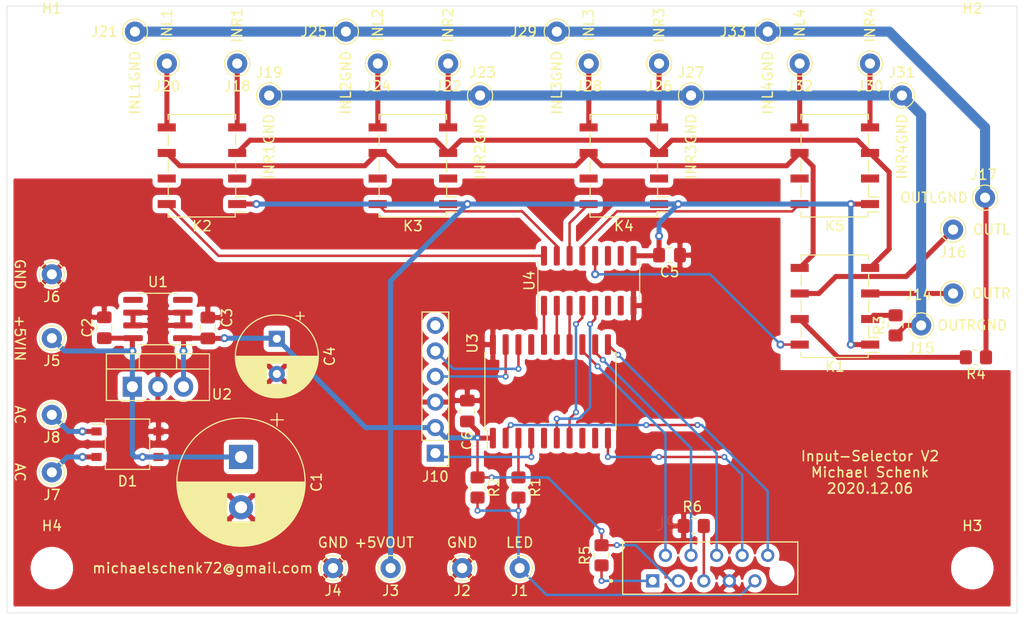
<source format=kicad_pcb>
(kicad_pcb (version 20171130) (host pcbnew "(5.1.8-0-10_14)")
  (layers (0 F.Cu signal) (31 B.Cu signal) (34 B.Paste user) (35 F.Paste user) (36 B.SilkS user) (37 F.SilkS user) (38 B.Mask user) (39 F.Mask user) (44 Edge.Cuts user))
  (net 0 "")
  (net 1 GND)
  (net 2 "Net-(C1-Pad1)")
  (net 3 +5V)
  (net 4 "Net-(J1-Pad1)")
  (net 5 "Net-(J9-Pad10)")
  (net 6 "Net-(J9-Pad8)")
  (net 7 "Net-(J9-Pad6)")
  (net 8 "Net-(J9-Pad5)")
  (net 9 "Net-(J9-Pad4)")
  (net 10 "Net-(J9-Pad2)")
  (net 11 "Net-(J9-Pad1)")
  (net 12 "Net-(J10-Pad5)")
  (net 13 "Net-(J10-Pad4)")
  (net 14 "Net-(J10-Pad1)")
  (net 15 "Net-(J14-Pad1)")
  (net 16 "Net-(J15-Pad1)")
  (net 17 "Net-(J16-Pad1)")
  (net 18 "Net-(J17-Pad1)")
  (net 19 "Net-(J18-Pad1)")
  (net 20 "Net-(J20-Pad1)")
  (net 21 "Net-(J22-Pad1)")
  (net 22 "Net-(J24-Pad1)")
  (net 23 "Net-(J26-Pad1)")
  (net 24 "Net-(J28-Pad1)")
  (net 25 "Net-(J30-Pad1)")
  (net 26 "Net-(J32-Pad1)")
  (net 27 "Net-(K1-Pad2)")
  (net 28 "Net-(K1-Pad4)")
  (net 29 "Net-(K1-Pad5)")
  (net 30 "Net-(K1-Pad7)")
  (net 31 "Net-(K1-Pad8)")
  (net 32 "Net-(K2-Pad8)")
  (net 33 "Net-(K3-Pad8)")
  (net 34 "Net-(K4-Pad8)")
  (net 35 "Net-(K5-Pad8)")
  (net 36 "Net-(R1-Pad1)")
  (net 37 "Net-(U3-Pad7)")
  (net 38 "Net-(U3-Pad16)")
  (net 39 "Net-(U3-Pad6)")
  (net 40 "Net-(U3-Pad15)")
  (net 41 "Net-(U3-Pad14)")
  (net 42 "Net-(D1-Pad2)")
  (net 43 "Net-(D1-Pad1)")
  (module Package_TO_SOT_THT:TO-220-3_Vertical (layer F.Cu) (at 126.746 86.106)
    (fp_text reference U2 (at 8.89 0.762) (layer F.SilkS))
    (fp_text value L7805)
    (pad 3 thru_hole oval (at 5.08 0) (size 1.905 2) (drill 1.1) (layers *.Cu *.Mask) (net 3 +5V))
    (pad 2 thru_hole oval (at 2.54 0) (size 1.905 2) (drill 1.1) (layers *.Cu *.Mask) (net 1 GND))
    (pad 1 thru_hole rect (at 0 0) (size 1.905 2) (drill 1.1) (layers *.Cu *.Mask) (net 2 "Net-(C1-Pad1)"))
  )
  (module Package_TO_SOT_SMD:TO-269AA (layer F.Cu) (at 126.265 91.821)
    (fp_text reference D1 (at 0 3.683) (layer F.SilkS))
    (fp_text value MB4S)
    (pad 4 smd rect (at 3.075 -1.27) (size 1 0.8) (layers F.Cu F.Paste F.Mask) (net 1 GND))
    (pad 3 smd rect (at 3.075 1.27) (size 1 0.8) (layers F.Cu F.Paste F.Mask) (net 2 "Net-(C1-Pad1)"))
    (pad 2 smd rect (at -3.075 1.27) (size 1 0.8) (layers F.Cu F.Paste F.Mask) (net 42 "Net-(D1-Pad2)"))
    (pad 1 smd rect (at -3.075 -1.27) (size 1 0.8) (layers F.Cu F.Paste F.Mask) (net 43 "Net-(D1-Pad1)"))
  )
  (module Capacitor_THT:CP_Radial_D8.0mm_P3.50mm (layer F.Cu) (at 141.097 81.336 270)
    (fp_text reference C4 (at 1.75 -5.25 90) (layer F.SilkS))
    (fp_text value 100uF)
    (pad 2 thru_hole circle (at 3.5 0 270) (size 1.6 1.6) (drill 0.8) (layers *.Cu *.Mask) (net 1 GND))
    (pad 1 thru_hole rect (at 0 0 270) (size 1.6 1.6) (drill 0.8) (layers *.Cu *.Mask) (net 3 +5V))
  )
  (module Package_SO:SOIC-8_3.9x4.9mm_P1.27mm (layer F.Cu) (at 129.286 79.375 180)
    (fp_text reference U1 (at 0 3.683) (layer F.SilkS))
    (fp_text value L78L05_SO8)
    (pad 8 smd roundrect (at 2.475 -1.905 180) (size 1.95 0.6) (layers F.Cu F.Paste F.Mask) (net 2 "Net-(C1-Pad1)"))
    (pad 7 smd roundrect (at 2.475 -0.635 180) (size 1.95 0.6) (layers F.Cu F.Paste F.Mask) (net 1 GND))
    (pad 6 smd roundrect (at 2.475 0.635 180) (size 1.95 0.6) (layers F.Cu F.Paste F.Mask) (net 1 GND))
    (pad 5 smd roundrect (at 2.475 1.905 180) (size 1.95 0.6) (layers F.Cu F.Paste F.Mask))
    (pad 4 smd roundrect (at -2.475 1.905 180) (size 1.95 0.6) (layers F.Cu F.Paste F.Mask))
    (pad 3 smd roundrect (at -2.475 0.635 180) (size 1.95 0.6) (layers F.Cu F.Paste F.Mask) (net 1 GND))
    (pad 2 smd roundrect (at -2.475 -0.635 180) (size 1.95 0.6) (layers F.Cu F.Paste F.Mask) (net 1 GND))
    (pad 1 smd roundrect (at -2.475 -1.905 180) (size 1.95 0.6) (layers F.Cu F.Paste F.Mask) (net 3 +5V))
  )
  (module Package_SO:SOIC-20W_7.5x12.8mm_P1.27mm (layer F.Cu) (at 168.275 86.565 90)
    (fp_text reference U3 (at 4.777 -7.747 90) (layer F.SilkS))
    (fp_text value PIC16F1829-IP)
    (pad 20 smd roundrect (at 4.65 -5.715 90) (size 2.05 0.6) (layers F.Cu F.Paste F.Mask) (net 1 GND))
    (pad 19 smd roundrect (at 4.65 -4.445 90) (size 2.05 0.6) (layers F.Cu F.Paste F.Mask) (net 13 "Net-(J10-Pad4)"))
    (pad 18 smd roundrect (at 4.65 -3.175 90) (size 2.05 0.6) (layers F.Cu F.Paste F.Mask) (net 12 "Net-(J10-Pad5)"))
    (pad 17 smd roundrect (at 4.65 -1.905 90) (size 2.05 0.6) (layers F.Cu F.Paste F.Mask))
    (pad 16 smd roundrect (at 4.65 -0.635 90) (size 2.05 0.6) (layers F.Cu F.Paste F.Mask) (net 38 "Net-(U3-Pad16)"))
    (pad 15 smd roundrect (at 4.65 0.635 90) (size 2.05 0.6) (layers F.Cu F.Paste F.Mask) (net 40 "Net-(U3-Pad15)"))
    (pad 14 smd roundrect (at 4.65 1.905 90) (size 2.05 0.6) (layers F.Cu F.Paste F.Mask) (net 41 "Net-(U3-Pad14)"))
    (pad 13 smd roundrect (at 4.65 3.175 90) (size 2.05 0.6) (layers F.Cu F.Paste F.Mask) (net 10 "Net-(J9-Pad2)"))
    (pad 12 smd roundrect (at 4.65 4.445 90) (size 2.05 0.6) (layers F.Cu F.Paste F.Mask) (net 9 "Net-(J9-Pad4)"))
    (pad 11 smd roundrect (at 4.65 5.715 90) (size 2.05 0.6) (layers F.Cu F.Paste F.Mask) (net 7 "Net-(J9-Pad6)"))
    (pad 10 smd roundrect (at -4.65 5.715 90) (size 2.05 0.6) (layers F.Cu F.Paste F.Mask) (net 6 "Net-(J9-Pad8)"))
    (pad 9 smd roundrect (at -4.65 4.445 90) (size 2.05 0.6) (layers F.Cu F.Paste F.Mask))
    (pad 8 smd roundrect (at -4.65 3.175 90) (size 2.05 0.6) (layers F.Cu F.Paste F.Mask))
    (pad 7 smd roundrect (at -4.65 1.905 90) (size 2.05 0.6) (layers F.Cu F.Paste F.Mask) (net 37 "Net-(U3-Pad7)"))
    (pad 6 smd roundrect (at -4.65 0.635 90) (size 2.05 0.6) (layers F.Cu F.Paste F.Mask) (net 39 "Net-(U3-Pad6)"))
    (pad 5 smd roundrect (at -4.65 -0.635 90) (size 2.05 0.6) (layers F.Cu F.Paste F.Mask))
    (pad 4 smd roundrect (at -4.65 -1.905 90) (size 2.05 0.6) (layers F.Cu F.Paste F.Mask) (net 14 "Net-(J10-Pad1)"))
    (pad 3 smd roundrect (at -4.65 -3.175 90) (size 2.05 0.6) (layers F.Cu F.Paste F.Mask) (net 36 "Net-(R1-Pad1)"))
    (pad 2 smd roundrect (at -4.65 -4.445 90) (size 2.05 0.6) (layers F.Cu F.Paste F.Mask) (net 5 "Net-(J9-Pad10)"))
    (pad 1 smd roundrect (at -4.65 -5.715 90) (size 2.05 0.6) (layers F.Cu F.Paste F.Mask) (net 3 +5V))
  )
  (module Capacitor_THT:CP_Radial_D12.5mm_P5.00mm (layer F.Cu) (at 137.541 93.091 270)
    (fp_text reference C1 (at 2.5 -7.5 90) (layer F.SilkS))
    (fp_text value 1000uF)
    (pad 2 thru_hole circle (at 5 0 270) (size 2.4 2.4) (drill 1.2) (layers *.Cu *.Mask) (net 1 GND))
    (pad 1 thru_hole rect (at 0 0 270) (size 2.4 2.4) (drill 1.2) (layers *.Cu *.Mask) (net 2 "Net-(C1-Pad1)"))
  )
  (module Package_SO:SOIC-16_3.9x9.9mm_P1.27mm (layer F.Cu) (at 172.085 75.565 90)
    (fp_text reference U4 (at 0 -5.9 90) (layer F.SilkS))
    (fp_text value ULN2003A)
    (pad 16 smd roundrect (at 2.475 -4.445 90) (size 1.95 0.6) (layers F.Cu F.Paste F.Mask) (net 32 "Net-(K2-Pad8)"))
    (pad 15 smd roundrect (at 2.475 -3.175 90) (size 1.95 0.6) (layers F.Cu F.Paste F.Mask) (net 33 "Net-(K3-Pad8)"))
    (pad 14 smd roundrect (at 2.475 -1.905 90) (size 1.95 0.6) (layers F.Cu F.Paste F.Mask) (net 34 "Net-(K4-Pad8)"))
    (pad 13 smd roundrect (at 2.475 -0.635 90) (size 1.95 0.6) (layers F.Cu F.Paste F.Mask) (net 35 "Net-(K5-Pad8)"))
    (pad 12 smd roundrect (at 2.475 0.635 90) (size 1.95 0.6) (layers F.Cu F.Paste F.Mask) (net 31 "Net-(K1-Pad8)"))
    (pad 11 smd roundrect (at 2.475 1.905 90) (size 1.95 0.6) (layers F.Cu F.Paste F.Mask))
    (pad 10 smd roundrect (at 2.475 3.175 90) (size 1.95 0.6) (layers F.Cu F.Paste F.Mask))
    (pad 9 smd roundrect (at 2.475 4.445 90) (size 1.95 0.6) (layers F.Cu F.Paste F.Mask) (net 3 +5V))
    (pad 8 smd roundrect (at -2.475 4.445 90) (size 1.95 0.6) (layers F.Cu F.Paste F.Mask) (net 1 GND))
    (pad 7 smd roundrect (at -2.475 3.175 90) (size 1.95 0.6) (layers F.Cu F.Paste F.Mask))
    (pad 6 smd roundrect (at -2.475 1.905 90) (size 1.95 0.6) (layers F.Cu F.Paste F.Mask))
    (pad 5 smd roundrect (at -2.475 0.635 90) (size 1.95 0.6) (layers F.Cu F.Paste F.Mask) (net 39 "Net-(U3-Pad6)"))
    (pad 4 smd roundrect (at -2.475 -0.635 90) (size 1.95 0.6) (layers F.Cu F.Paste F.Mask) (net 37 "Net-(U3-Pad7)"))
    (pad 3 smd roundrect (at -2.475 -1.905 90) (size 1.95 0.6) (layers F.Cu F.Paste F.Mask) (net 41 "Net-(U3-Pad14)"))
    (pad 2 smd roundrect (at -2.475 -3.175 90) (size 1.95 0.6) (layers F.Cu F.Paste F.Mask) (net 40 "Net-(U3-Pad15)"))
    (pad 1 smd roundrect (at -2.475 -4.445 90) (size 1.95 0.6) (layers F.Cu F.Paste F.Mask) (net 38 "Net-(U3-Pad16)"))
  )
  (module Resistor_SMD:R_0805_2012Metric_Pad1.20x1.40mm_HandSolder (layer F.Cu) (at 182.515 99.949 180)
    (fp_text reference R6 (at 0.143 1.905) (layer F.SilkS))
    (fp_text value 4.7k)
    (pad 2 smd roundrect (at 1 0 180) (size 1.2 1.4) (layers F.Cu F.Paste F.Mask) (roundrect_rratio 0.2083325) (net 1 GND))
    (pad 1 smd roundrect (at -1 0 180) (size 1.2 1.4) (layers F.Cu F.Paste F.Mask) (roundrect_rratio 0.2083325) (net 8 "Net-(J9-Pad5)"))
  )
  (module Resistor_SMD:R_0805_2012Metric_Pad1.20x1.40mm_HandSolder (layer F.Cu) (at 173.355 102.87 90)
    (fp_text reference R5 (at 0 -1.65 90) (layer F.SilkS))
    (fp_text value 4.7k)
    (pad 2 smd roundrect (at 1 0 90) (size 1.2 1.4) (layers F.Cu F.Paste F.Mask) (roundrect_rratio 0.2083325) (net 3 +5V))
    (pad 1 smd roundrect (at -1 0 90) (size 1.2 1.4) (layers F.Cu F.Paste F.Mask) (roundrect_rratio 0.2083325) (net 11 "Net-(J9-Pad1)"))
  )
  (module Resistor_SMD:R_0805_2012Metric_Pad1.20x1.40mm_HandSolder (layer F.Cu) (at 210.55 83.185 180)
    (fp_text reference R4 (at 0 -1.65) (layer F.SilkS))
    (fp_text value 47k)
    (pad 2 smd roundrect (at 1 0 180) (size 1.2 1.4) (layers F.Cu F.Paste F.Mask) (roundrect_rratio 0.2083325) (net 30 "Net-(K1-Pad7)"))
    (pad 1 smd roundrect (at -1 0 180) (size 1.2 1.4) (layers F.Cu F.Paste F.Mask) (roundrect_rratio 0.2083325) (net 18 "Net-(J17-Pad1)"))
  )
  (module Resistor_SMD:R_0805_2012Metric_Pad1.20x1.40mm_HandSolder (layer F.Cu) (at 202.565 80.01 90)
    (fp_text reference R3 (at 0 -1.65 90) (layer F.SilkS))
    (fp_text value 47k)
    (pad 2 smd roundrect (at 1 0 90) (size 1.2 1.4) (layers F.Cu F.Paste F.Mask) (roundrect_rratio 0.2083325) (net 27 "Net-(K1-Pad2)"))
    (pad 1 smd roundrect (at -1 0 90) (size 1.2 1.4) (layers F.Cu F.Paste F.Mask) (roundrect_rratio 0.2083325) (net 16 "Net-(J15-Pad1)"))
  )
  (module Resistor_SMD:R_0805_2012Metric_Pad1.20x1.40mm_HandSolder (layer F.Cu) (at 161.036 96.123 270)
    (fp_text reference R2 (at 0 -1.65 90) (layer F.SilkS))
    (fp_text value 330R)
    (pad 2 smd roundrect (at 1 0 270) (size 1.2 1.4) (layers F.Cu F.Paste F.Mask) (roundrect_rratio 0.2083325) (net 4 "Net-(J1-Pad1)"))
    (pad 1 smd roundrect (at -1 0 270) (size 1.2 1.4) (layers F.Cu F.Paste F.Mask) (roundrect_rratio 0.2083325) (net 3 +5V))
  )
  (module Resistor_SMD:R_0805_2012Metric_Pad1.20x1.40mm_HandSolder (layer F.Cu) (at 165.1 96.123 270)
    (fp_text reference R1 (at 0 -1.65 90) (layer F.SilkS))
    (fp_text value 330R)
    (pad 2 smd roundrect (at 1 0 270) (size 1.2 1.4) (layers F.Cu F.Paste F.Mask) (roundrect_rratio 0.2083325) (net 4 "Net-(J1-Pad1)"))
    (pad 1 smd roundrect (at -1 0 270) (size 1.2 1.4) (layers F.Cu F.Paste F.Mask) (roundrect_rratio 0.2083325) (net 36 "Net-(R1-Pad1)"))
  )
  (module Relay_SMD:Relay_DPDT_Omron_G6K-2F (layer F.Cu) (at 196.525 64.135 180)
    (fp_text reference K5 (at 0 -6) (layer F.SilkS))
    (fp_text value G6K-2)
    (pad 1 smd rect (at -3.5 -3.81 180) (size 1.8 0.8) (layers F.Cu F.Paste F.Mask) (net 3 +5V))
    (pad 2 smd rect (at -3.5 -1.27 180) (size 1.8 0.8) (layers F.Cu F.Paste F.Mask))
    (pad 3 smd rect (at -3.5 1.27 180) (size 1.8 0.8) (layers F.Cu F.Paste F.Mask) (net 28 "Net-(K1-Pad4)"))
    (pad 4 smd rect (at -3.5 3.81 180) (size 1.8 0.8) (layers F.Cu F.Paste F.Mask) (net 25 "Net-(J30-Pad1)"))
    (pad 5 smd rect (at 3.5 3.81 180) (size 1.8 0.8) (layers F.Cu F.Paste F.Mask) (net 26 "Net-(J32-Pad1)"))
    (pad 6 smd rect (at 3.5 1.27 180) (size 1.8 0.8) (layers F.Cu F.Paste F.Mask) (net 29 "Net-(K1-Pad5)"))
    (pad 7 smd rect (at 3.5 -1.27 180) (size 1.8 0.8) (layers F.Cu F.Paste F.Mask))
    (pad 8 smd rect (at 3.5 -3.81 180) (size 1.8 0.8) (layers F.Cu F.Paste F.Mask) (net 35 "Net-(K5-Pad8)"))
  )
  (module Relay_SMD:Relay_DPDT_Omron_G6K-2F (layer F.Cu) (at 175.57 64.135 180)
    (fp_text reference K4 (at 0 -6) (layer F.SilkS))
    (fp_text value G6K-2)
    (pad 1 smd rect (at -3.5 -3.81 180) (size 1.8 0.8) (layers F.Cu F.Paste F.Mask) (net 3 +5V))
    (pad 2 smd rect (at -3.5 -1.27 180) (size 1.8 0.8) (layers F.Cu F.Paste F.Mask))
    (pad 3 smd rect (at -3.5 1.27 180) (size 1.8 0.8) (layers F.Cu F.Paste F.Mask) (net 28 "Net-(K1-Pad4)"))
    (pad 4 smd rect (at -3.5 3.81 180) (size 1.8 0.8) (layers F.Cu F.Paste F.Mask) (net 23 "Net-(J26-Pad1)"))
    (pad 5 smd rect (at 3.5 3.81 180) (size 1.8 0.8) (layers F.Cu F.Paste F.Mask) (net 24 "Net-(J28-Pad1)"))
    (pad 6 smd rect (at 3.5 1.27 180) (size 1.8 0.8) (layers F.Cu F.Paste F.Mask) (net 29 "Net-(K1-Pad5)"))
    (pad 7 smd rect (at 3.5 -1.27 180) (size 1.8 0.8) (layers F.Cu F.Paste F.Mask))
    (pad 8 smd rect (at 3.5 -3.81 180) (size 1.8 0.8) (layers F.Cu F.Paste F.Mask) (net 34 "Net-(K4-Pad8)"))
  )
  (module Relay_SMD:Relay_DPDT_Omron_G6K-2F (layer F.Cu) (at 154.615 64.135 180)
    (fp_text reference K3 (at 0 -6) (layer F.SilkS))
    (fp_text value G6K-2)
    (pad 1 smd rect (at -3.5 -3.81 180) (size 1.8 0.8) (layers F.Cu F.Paste F.Mask) (net 3 +5V))
    (pad 2 smd rect (at -3.5 -1.27 180) (size 1.8 0.8) (layers F.Cu F.Paste F.Mask))
    (pad 3 smd rect (at -3.5 1.27 180) (size 1.8 0.8) (layers F.Cu F.Paste F.Mask) (net 28 "Net-(K1-Pad4)"))
    (pad 4 smd rect (at -3.5 3.81 180) (size 1.8 0.8) (layers F.Cu F.Paste F.Mask) (net 21 "Net-(J22-Pad1)"))
    (pad 5 smd rect (at 3.5 3.81 180) (size 1.8 0.8) (layers F.Cu F.Paste F.Mask) (net 22 "Net-(J24-Pad1)"))
    (pad 6 smd rect (at 3.5 1.27 180) (size 1.8 0.8) (layers F.Cu F.Paste F.Mask) (net 29 "Net-(K1-Pad5)"))
    (pad 7 smd rect (at 3.5 -1.27 180) (size 1.8 0.8) (layers F.Cu F.Paste F.Mask))
    (pad 8 smd rect (at 3.5 -3.81 180) (size 1.8 0.8) (layers F.Cu F.Paste F.Mask) (net 33 "Net-(K3-Pad8)"))
  )
  (module Relay_SMD:Relay_DPDT_Omron_G6K-2F (layer F.Cu) (at 133.66 64.135 180)
    (fp_text reference K2 (at 0 -6) (layer F.SilkS))
    (fp_text value G6K-2)
    (pad 1 smd rect (at -3.5 -3.81 180) (size 1.8 0.8) (layers F.Cu F.Paste F.Mask) (net 3 +5V))
    (pad 2 smd rect (at -3.5 -1.27 180) (size 1.8 0.8) (layers F.Cu F.Paste F.Mask))
    (pad 3 smd rect (at -3.5 1.27 180) (size 1.8 0.8) (layers F.Cu F.Paste F.Mask) (net 28 "Net-(K1-Pad4)"))
    (pad 4 smd rect (at -3.5 3.81 180) (size 1.8 0.8) (layers F.Cu F.Paste F.Mask) (net 19 "Net-(J18-Pad1)"))
    (pad 5 smd rect (at 3.5 3.81 180) (size 1.8 0.8) (layers F.Cu F.Paste F.Mask) (net 20 "Net-(J20-Pad1)"))
    (pad 6 smd rect (at 3.5 1.27 180) (size 1.8 0.8) (layers F.Cu F.Paste F.Mask) (net 29 "Net-(K1-Pad5)"))
    (pad 7 smd rect (at 3.5 -1.27 180) (size 1.8 0.8) (layers F.Cu F.Paste F.Mask))
    (pad 8 smd rect (at 3.5 -3.81 180) (size 1.8 0.8) (layers F.Cu F.Paste F.Mask) (net 32 "Net-(K2-Pad8)"))
  )
  (module Relay_SMD:Relay_DPDT_Omron_G6K-2F (layer F.Cu) (at 196.54 78.105 180)
    (fp_text reference K1 (at 0 -6) (layer F.SilkS))
    (fp_text value G6K-2)
    (pad 1 smd rect (at -3.5 -3.81 180) (size 1.8 0.8) (layers F.Cu F.Paste F.Mask) (net 3 +5V))
    (pad 2 smd rect (at -3.5 -1.27 180) (size 1.8 0.8) (layers F.Cu F.Paste F.Mask) (net 27 "Net-(K1-Pad2)"))
    (pad 3 smd rect (at -3.5 1.27 180) (size 1.8 0.8) (layers F.Cu F.Paste F.Mask) (net 15 "Net-(J14-Pad1)"))
    (pad 4 smd rect (at -3.5 3.81 180) (size 1.8 0.8) (layers F.Cu F.Paste F.Mask) (net 28 "Net-(K1-Pad4)"))
    (pad 5 smd rect (at 3.5 3.81 180) (size 1.8 0.8) (layers F.Cu F.Paste F.Mask) (net 29 "Net-(K1-Pad5)"))
    (pad 6 smd rect (at 3.5 1.27 180) (size 1.8 0.8) (layers F.Cu F.Paste F.Mask) (net 17 "Net-(J16-Pad1)"))
    (pad 7 smd rect (at 3.5 -1.27 180) (size 1.8 0.8) (layers F.Cu F.Paste F.Mask) (net 30 "Net-(K1-Pad7)"))
    (pad 8 smd rect (at 3.5 -3.81 180) (size 1.8 0.8) (layers F.Cu F.Paste F.Mask) (net 31 "Net-(K1-Pad8)"))
  )
  (module Connector_Pin:Pin_D1.0mm_L10.0mm (layer F.Cu) (at 189.865 50.8)
    (fp_text reference J33 (at -3.429 0) (layer F.SilkS))
    (fp_text value IN_GNDL4)
    (pad 1 thru_hole circle (at 0 0) (size 2 2) (drill 1) (layers *.Cu *.Mask) (net 18 "Net-(J17-Pad1)"))
  )
  (module Connector_Pin:Pin_D1.0mm_L10.0mm (layer F.Cu) (at 193.04 53.975)
    (fp_text reference J32 (at 0 2.25) (layer F.SilkS))
    (fp_text value IN_L4)
    (pad 1 thru_hole circle (at 0 0) (size 2 2) (drill 1) (layers *.Cu *.Mask) (net 26 "Net-(J32-Pad1)"))
  )
  (module Connector_Pin:Pin_D1.0mm_L10.0mm (layer F.Cu) (at 203.2 57.15)
    (fp_text reference J31 (at 0 -2.286) (layer F.SilkS))
    (fp_text value IN_GNDR4)
    (pad 1 thru_hole circle (at 0 0) (size 2 2) (drill 1) (layers *.Cu *.Mask) (net 16 "Net-(J15-Pad1)"))
  )
  (module Connector_Pin:Pin_D1.0mm_L10.0mm (layer F.Cu) (at 200.025 53.975)
    (fp_text reference J30 (at 0 2.25) (layer F.SilkS))
    (fp_text value IN_R4)
    (pad 1 thru_hole circle (at 0 0) (size 2 2) (drill 1) (layers *.Cu *.Mask) (net 25 "Net-(J30-Pad1)"))
  )
  (module Connector_Pin:Pin_D1.0mm_L10.0mm (layer F.Cu) (at 168.91 50.8)
    (fp_text reference J29 (at -3.302 0) (layer F.SilkS))
    (fp_text value IN_GNDL3)
    (pad 1 thru_hole circle (at 0 0) (size 2 2) (drill 1) (layers *.Cu *.Mask) (net 18 "Net-(J17-Pad1)"))
  )
  (module Connector_Pin:Pin_D1.0mm_L10.0mm (layer F.Cu) (at 172.085 53.975)
    (fp_text reference J28 (at 0 2.25) (layer F.SilkS))
    (fp_text value IN_L3)
    (pad 1 thru_hole circle (at 0 0) (size 2 2) (drill 1) (layers *.Cu *.Mask) (net 24 "Net-(J28-Pad1)"))
  )
  (module Connector_Pin:Pin_D1.0mm_L10.0mm (layer F.Cu) (at 182.245 57.15)
    (fp_text reference J27 (at 0 -2.286) (layer F.SilkS))
    (fp_text value IN_GNDR3)
    (pad 1 thru_hole circle (at 0 0) (size 2 2) (drill 1) (layers *.Cu *.Mask) (net 16 "Net-(J15-Pad1)"))
  )
  (module Connector_Pin:Pin_D1.0mm_L10.0mm (layer F.Cu) (at 179.07 53.975)
    (fp_text reference J26 (at 0 2.25) (layer F.SilkS))
    (fp_text value IN_R3)
    (pad 1 thru_hole circle (at 0 0) (size 2 2) (drill 1) (layers *.Cu *.Mask) (net 23 "Net-(J26-Pad1)"))
  )
  (module Connector_Pin:Pin_D1.0mm_L10.0mm (layer F.Cu) (at 147.955 50.8)
    (fp_text reference J25 (at -3.175 0) (layer F.SilkS))
    (fp_text value IN_GNDL2)
    (pad 1 thru_hole circle (at 0 0) (size 2 2) (drill 1) (layers *.Cu *.Mask) (net 18 "Net-(J17-Pad1)"))
  )
  (module Connector_Pin:Pin_D1.0mm_L10.0mm (layer F.Cu) (at 151.13 53.975)
    (fp_text reference J24 (at 0 2.25) (layer F.SilkS))
    (fp_text value IN_L2)
    (pad 1 thru_hole circle (at 0 0) (size 2 2) (drill 1) (layers *.Cu *.Mask) (net 22 "Net-(J24-Pad1)"))
  )
  (module Connector_Pin:Pin_D1.0mm_L10.0mm (layer F.Cu) (at 161.29 57.15)
    (fp_text reference J23 (at 0.254 -2.286) (layer F.SilkS))
    (fp_text value IN_GNDR2)
    (pad 1 thru_hole circle (at 0 0) (size 2 2) (drill 1) (layers *.Cu *.Mask) (net 16 "Net-(J15-Pad1)"))
  )
  (module Connector_Pin:Pin_D1.0mm_L10.0mm (layer F.Cu) (at 158.115 53.975)
    (fp_text reference J22 (at 0 2.25) (layer F.SilkS))
    (fp_text value IN_R2)
    (pad 1 thru_hole circle (at 0 0) (size 2 2) (drill 1) (layers *.Cu *.Mask) (net 21 "Net-(J22-Pad1)"))
  )
  (module Connector_Pin:Pin_D1.0mm_L10.0mm (layer F.Cu) (at 127 50.8)
    (fp_text reference J21 (at -3.048 0) (layer F.SilkS))
    (fp_text value IN_GNDL1)
    (pad 1 thru_hole circle (at 0 0) (size 2 2) (drill 1) (layers *.Cu *.Mask) (net 18 "Net-(J17-Pad1)"))
  )
  (module Connector_Pin:Pin_D1.0mm_L10.0mm (layer F.Cu) (at 130.175 53.975)
    (fp_text reference J20 (at 0 2.25) (layer F.SilkS))
    (fp_text value IN_L1)
    (pad 1 thru_hole circle (at 0 0) (size 2 2) (drill 1) (layers *.Cu *.Mask) (net 20 "Net-(J20-Pad1)"))
  )
  (module Connector_Pin:Pin_D1.0mm_L10.0mm (layer F.Cu) (at 140.335 57.15)
    (fp_text reference J19 (at 0 -2.286) (layer F.SilkS))
    (fp_text value IN_GNDR1)
    (pad 1 thru_hole circle (at 0 0) (size 2 2) (drill 1) (layers *.Cu *.Mask) (net 16 "Net-(J15-Pad1)"))
  )
  (module Connector_Pin:Pin_D1.0mm_L10.0mm (layer F.Cu) (at 137.16 53.975)
    (fp_text reference J18 (at 0 2.25) (layer F.SilkS))
    (fp_text value IN_R1)
    (pad 1 thru_hole circle (at 0 0) (size 2 2) (drill 1) (layers *.Cu *.Mask) (net 19 "Net-(J18-Pad1)"))
  )
  (module Connector_Pin:Pin_D1.0mm_L10.0mm (layer F.Cu) (at 211.455 67.31)
    (fp_text reference J17 (at -0.127 -2.286) (layer F.SilkS))
    (fp_text value OUT_GNDL)
    (pad 1 thru_hole circle (at 0 0) (size 2 2) (drill 1) (layers *.Cu *.Mask) (net 18 "Net-(J17-Pad1)"))
  )
  (module Connector_Pin:Pin_D1.0mm_L10.0mm (layer F.Cu) (at 208.28 70.485)
    (fp_text reference J16 (at 0 2.25) (layer F.SilkS))
    (fp_text value OUT_L)
    (pad 1 thru_hole circle (at 0 0) (size 2 2) (drill 1) (layers *.Cu *.Mask) (net 17 "Net-(J16-Pad1)"))
  )
  (module Connector_Pin:Pin_D1.0mm_L10.0mm (layer F.Cu) (at 205.105 80.01)
    (fp_text reference J15 (at 0 2.25) (layer F.SilkS))
    (fp_text value OUT_GNDR)
    (pad 1 thru_hole circle (at 0 0) (size 2 2) (drill 1) (layers *.Cu *.Mask) (net 16 "Net-(J15-Pad1)"))
  )
  (module Connector_Pin:Pin_D1.0mm_L10.0mm (layer F.Cu) (at 208.28 76.835)
    (fp_text reference J14 (at -3.429 0.127) (layer F.SilkS))
    (fp_text value OUT_R)
    (pad 1 thru_hole circle (at 0 0) (size 2 2) (drill 1) (layers *.Cu *.Mask) (net 15 "Net-(J14-Pad1)"))
  )
  (module Connector_PinHeader_2.54mm:PinHeader_1x06_P2.54mm_Vertical (layer F.Cu) (at 156.845 92.71 180)
    (fp_text reference J10 (at 0 -2.33) (layer F.SilkS))
    (fp_text value Conn_01x06_Male)
    (pad 6 thru_hole oval (at 0 12.7 180) (size 1.7 1.7) (drill 1) (layers *.Cu *.Mask))
    (pad 5 thru_hole oval (at 0 10.16 180) (size 1.7 1.7) (drill 1) (layers *.Cu *.Mask) (net 12 "Net-(J10-Pad5)"))
    (pad 4 thru_hole oval (at 0 7.62 180) (size 1.7 1.7) (drill 1) (layers *.Cu *.Mask) (net 13 "Net-(J10-Pad4)"))
    (pad 3 thru_hole oval (at 0 5.08 180) (size 1.7 1.7) (drill 1) (layers *.Cu *.Mask) (net 1 GND))
    (pad 2 thru_hole oval (at 0 2.54 180) (size 1.7 1.7) (drill 1) (layers *.Cu *.Mask) (net 3 +5V))
    (pad 1 thru_hole rect (at 0 0 180) (size 1.7 1.7) (drill 1) (layers *.Cu *.Mask) (net 14 "Net-(J10-Pad1)"))
  )
  (module TE-Con:TE_1-338068-0 (layer F.Cu) (at 178.435 105.41)
    (fp_text reference J9 (at 1.40487 -5.69557) (layer F.SilkS) (effects (font (size 1.40137 1.40137) (thickness 0.015))))
    (fp_text value 1-338068-0)
    (pad None np_thru_hole circle (at 12.83 -0.74) (size 1.5 1.5) (drill 1.5) (layers *.Cu *.Mask))
    (pad 10 thru_hole circle (at 11.43 -2.54) (size 1.308 1.308) (drill 0.8) (layers *.Cu *.Mask) (net 5 "Net-(J9-Pad10)"))
    (pad 9 thru_hole circle (at 10.16 0) (size 1.308 1.308) (drill 0.8) (layers *.Cu *.Mask) (net 4 "Net-(J1-Pad1)"))
    (pad 8 thru_hole circle (at 8.89 -2.54) (size 1.308 1.308) (drill 0.8) (layers *.Cu *.Mask) (net 6 "Net-(J9-Pad8)"))
    (pad 7 thru_hole circle (at 7.62 0) (size 1.308 1.308) (drill 0.8) (layers *.Cu *.Mask) (net 1 GND))
    (pad 6 thru_hole circle (at 6.35 -2.54) (size 1.308 1.308) (drill 0.8) (layers *.Cu *.Mask) (net 7 "Net-(J9-Pad6)"))
    (pad 5 thru_hole circle (at 5.08 0) (size 1.308 1.308) (drill 0.8) (layers *.Cu *.Mask) (net 8 "Net-(J9-Pad5)"))
    (pad 4 thru_hole circle (at 3.81 -2.54) (size 1.308 1.308) (drill 0.8) (layers *.Cu *.Mask) (net 9 "Net-(J9-Pad4)"))
    (pad 3 thru_hole circle (at 2.54 0) (size 1.308 1.308) (drill 0.8) (layers *.Cu *.Mask) (net 3 +5V))
    (pad 2 thru_hole circle (at 1.27 -2.54) (size 1.308 1.308) (drill 0.8) (layers *.Cu *.Mask) (net 10 "Net-(J9-Pad2)"))
    (pad 1 thru_hole rect (at 0 0) (size 1.308 1.308) (drill 0.8) (layers *.Cu *.Mask) (net 11 "Net-(J9-Pad1)"))
  )
  (module Connector_Pin:Pin_D1.0mm_L10.0mm (layer F.Cu) (at 118.745 88.9)
    (fp_text reference J8 (at 0 2.25) (layer F.SilkS))
    (fp_text value AC)
    (pad 1 thru_hole circle (at 0 0) (size 2 2) (drill 1) (layers *.Cu *.Mask) (net 43 "Net-(D1-Pad1)"))
  )
  (module Connector_Pin:Pin_D1.0mm_L10.0mm (layer F.Cu) (at 118.745 94.615)
    (fp_text reference J7 (at 0 2.25) (layer F.SilkS))
    (fp_text value AC)
    (pad 1 thru_hole circle (at 0 0) (size 2 2) (drill 1) (layers *.Cu *.Mask) (net 42 "Net-(D1-Pad2)"))
  )
  (module Connector_Pin:Pin_D1.0mm_L10.0mm (layer F.Cu) (at 118.745 74.93)
    (fp_text reference J6 (at 0 2.25) (layer F.SilkS))
    (fp_text value GND)
    (pad 1 thru_hole circle (at 0 0) (size 2 2) (drill 1) (layers *.Cu *.Mask) (net 1 GND))
  )
  (module Connector_Pin:Pin_D1.0mm_L10.0mm (layer F.Cu) (at 118.745 81.28)
    (fp_text reference J5 (at 0 2.25) (layer F.SilkS))
    (fp_text value +5VIN)
    (pad 1 thru_hole circle (at 0 0) (size 2 2) (drill 1) (layers *.Cu *.Mask) (net 2 "Net-(C1-Pad1)"))
  )
  (module Connector_Pin:Pin_D1.0mm_L10.0mm (layer F.Cu) (at 146.685 104.14)
    (fp_text reference J4 (at 0 2.25) (layer F.SilkS))
    (fp_text value GND)
    (pad 1 thru_hole circle (at 0 0) (size 2 2) (drill 1) (layers *.Cu *.Mask) (net 1 GND))
  )
  (module Connector_Pin:Pin_D1.0mm_L10.0mm (layer F.Cu) (at 152.4 104.14)
    (fp_text reference J3 (at 0 2.25) (layer F.SilkS))
    (fp_text value +5VOUT)
    (pad 1 thru_hole circle (at 0 0) (size 2 2) (drill 1) (layers *.Cu *.Mask) (net 3 +5V))
  )
  (module Connector_Pin:Pin_D1.0mm_L10.0mm (layer F.Cu) (at 159.512 104.14)
    (fp_text reference J2 (at 0 2.25) (layer F.SilkS))
    (fp_text value GND)
    (pad 1 thru_hole circle (at 0 0) (size 2 2) (drill 1) (layers *.Cu *.Mask) (net 1 GND))
  )
  (module Connector_Pin:Pin_D1.0mm_L10.0mm (layer F.Cu) (at 165.227 104.14)
    (fp_text reference J1 (at 0 2.25) (layer F.SilkS))
    (fp_text value LED)
    (pad 1 thru_hole circle (at 0 0) (size 2 2) (drill 1) (layers *.Cu *.Mask) (net 4 "Net-(J1-Pad1)"))
  )
  (module MountingHole:MountingHole_3.2mm_M3 (layer F.Cu) (at 118.745 104.14)
    (fp_text reference H4 (at 0 -4.2) (layer F.SilkS))
    (fp_text value MountingHole)
    (pad 1 np_thru_hole circle (at 0 0) (size 3.2 3.2) (drill 3.2) (layers *.Cu *.Mask))
  )
  (module MountingHole:MountingHole_3.2mm_M3 (layer F.Cu) (at 210.185 104.14)
    (fp_text reference H3 (at 0 -4.2) (layer F.SilkS))
    (fp_text value MountingHole)
    (pad 1 np_thru_hole circle (at 0 0) (size 3.2 3.2) (drill 3.2) (layers *.Cu *.Mask))
  )
  (module MountingHole:MountingHole_3.2mm_M3 (layer F.Cu) (at 210.185 52.705)
    (fp_text reference H2 (at 0 -4.2) (layer F.SilkS))
    (fp_text value MountingHole)
    (pad 1 np_thru_hole circle (at 0 0) (size 3.2 3.2) (drill 3.2) (layers *.Cu *.Mask))
  )
  (module MountingHole:MountingHole_3.2mm_M3 (layer F.Cu) (at 118.745 52.705)
    (fp_text reference H1 (at 0 -4.2) (layer F.SilkS))
    (fp_text value MountingHole)
    (pad 1 np_thru_hole circle (at 0 0) (size 3.2 3.2) (drill 3.2) (layers *.Cu *.Mask))
  )
  (module Capacitor_SMD:C_0805_2012Metric_Pad1.18x1.45mm_HandSolder (layer F.Cu) (at 160.02 88.519 90)
    (fp_text reference C6 (at -2.921 0 90) (layer F.SilkS))
    (fp_text value 100nF)
    (pad 2 smd roundrect (at 1.0375 0 90) (size 1.175 1.45) (layers F.Cu F.Paste F.Mask) (roundrect_rratio 0.2127659574468085) (net 1 GND))
    (pad 1 smd roundrect (at -1.0375 0 90) (size 1.175 1.45) (layers F.Cu F.Paste F.Mask) (roundrect_rratio 0.2127659574468085) (net 3 +5V))
  )
  (module Capacitor_SMD:C_0805_2012Metric_Pad1.18x1.45mm_HandSolder (layer F.Cu) (at 180.1075 73.025 180)
    (fp_text reference C5 (at 0 -1.68) (layer F.SilkS))
    (fp_text value 100nF)
    (pad 2 smd roundrect (at 1.0375 0 180) (size 1.175 1.45) (layers F.Cu F.Paste F.Mask) (roundrect_rratio 0.2127659574468085) (net 3 +5V))
    (pad 1 smd roundrect (at -1.0375 0 180) (size 1.175 1.45) (layers F.Cu F.Paste F.Mask) (roundrect_rratio 0.2127659574468085) (net 1 GND))
  )
  (module Capacitor_SMD:C_0805_2012Metric_Pad1.18x1.45mm_HandSolder (layer F.Cu) (at 134.239 80.264 90)
    (fp_text reference C3 (at 1.016 1.905 90) (layer F.SilkS))
    (fp_text value 100nF)
    (pad 2 smd roundrect (at 1.0375 0 90) (size 1.175 1.45) (layers F.Cu F.Paste F.Mask) (roundrect_rratio 0.2127659574468085) (net 1 GND))
    (pad 1 smd roundrect (at -1.0375 0 90) (size 1.175 1.45) (layers F.Cu F.Paste F.Mask) (roundrect_rratio 0.2127659574468085) (net 3 +5V))
  )
  (module Capacitor_SMD:C_0805_2012Metric_Pad1.18x1.45mm_HandSolder (layer F.Cu) (at 123.952 80.2425 90)
    (fp_text reference C2 (at 0 -1.68 90) (layer F.SilkS))
    (fp_text value 330nF)
    (pad 2 smd roundrect (at 1.0375 0 90) (size 1.175 1.45) (layers F.Cu F.Paste F.Mask) (roundrect_rratio 0.2127659574468085) (net 1 GND))
    (pad 1 smd roundrect (at -1.0375 0 90) (size 1.175 1.45) (layers F.Cu F.Paste F.Mask) (roundrect_rratio 0.2127659574468085) (net 2 "Net-(C1-Pad1)"))
  )
  (gr_text "Input-Selector V2\nMichael Schenk\n2020.12.06" (at 200.025 94.615) (layer F.SilkS) (effects (font (size 1 1))))
  (gr_text OUTRGND (at 210.185 80.01) (layer F.SilkS) (effects (font (size 1 1))))
  (gr_text OUTLGND (at 206.375 67.31) (layer F.SilkS) (effects (font (size 1 1))))
  (gr_text INL4 (at 193.04 50.165 90) (layer F.SilkS) (effects (font (size 1 1))))
  (gr_text INL4GND (at 189.865 55.88 90) (layer F.SilkS) (effects (font (size 1 1))))
  (gr_text INR4 (at 200.025 50.165 90) (layer F.SilkS) (effects (font (size 1 1))))
  (gr_text INR4GND (at 203.2 62.23 90) (layer F.SilkS) (effects (font (size 1 1))))
  (gr_text INR3 (at 179.07 50.165 90) (layer F.SilkS) (effects (font (size 1 1))))
  (gr_text INL3 (at 172.085 50.165 90) (layer F.SilkS) (effects (font (size 1 1))))
  (gr_text INL3GND (at 168.91 55.88 90) (layer F.SilkS) (effects (font (size 1 1))))
  (gr_text INR3GND (at 182.245 62.23 90) (layer F.SilkS) (effects (font (size 1 1))))
  (gr_text INL2GND (at 147.955 55.88 90) (layer F.SilkS) (effects (font (size 1 1))))
  (gr_text INL2 (at 151.13 50.165 90) (layer F.SilkS) (effects (font (size 1 1))))
  (gr_text INR2 (at 158.115 50.165 90) (layer F.SilkS) (effects (font (size 1 1))))
  (gr_text INR2GND (at 161.29 62.23 90) (layer F.SilkS) (effects (font (size 1 1))))
  (gr_text INR1 (at 137.16 50.165 90) (layer F.SilkS) (effects (font (size 1 1))))
  (gr_text INL1 (at 130.175 50.165 90) (layer F.SilkS) (effects (font (size 1 1))))
  (gr_text INR1GND (at 140.335 62.23 90) (layer F.SilkS) (effects (font (size 1 1))))
  (gr_text INL1GND (at 127 55.88 90) (layer F.SilkS) (effects (font (size 1 1))))
  (gr_text GND (at 159.512 101.6) (layer F.SilkS) (effects (font (size 1 1))))
  (gr_text GND (at 146.685 101.6) (layer F.SilkS) (effects (font (size 1 1))))
  (gr_text LED (at 165.227 101.6) (layer F.SilkS) (effects (font (size 1 1))))
  (gr_text +5VOUT (at 151.765 101.6) (layer F.SilkS) (effects (font (size 1 1))))
  (gr_text michaelschenk72@gmail.com (at 133.731 104.14) (layer F.SilkS) (effects (font (size 1 1))))
  (gr_text GND (at 115.57 74.93 270) (layer F.SilkS) (effects (font (size 1 1))))
  (gr_text +5VIN (at 115.57 81.28 270) (layer F.SilkS) (effects (font (size 1 1))))
  (gr_text AC (at 115.57 94.615 270) (layer F.SilkS) (effects (font (size 1 1))))
  (gr_text AC (at 115.57 88.9 270) (layer F.SilkS) (effects (font (size 1 1))))
  (gr_text OUTL (at 212.09 70.485) (layer F.SilkS) (effects (font (size 1 1))))
  (gr_text OUTR (at 212.09 76.835) (layer F.SilkS) (effects (font (size 1 1))))
  (gr_line (start 114.3 108.585) (end 114.3 104.14) (layer Edge.Cuts) (width 0.05))
  (gr_line (start 214.63 108.585) (end 114.3 108.585) (layer Edge.Cuts) (width 0.05))
  (gr_line (start 214.63 104.14) (end 214.63 108.585) (layer Edge.Cuts) (width 0.05))
  (gr_line (start 114.3 104.14) (end 114.3 48.26) (layer Edge.Cuts) (width 0.05))
  (gr_line (start 214.63 48.26) (end 214.63 104.14) (layer Edge.Cuts) (width 0.05))
  (gr_line (start 114.3 48.26) (end 214.63 48.26) (layer Edge.Cuts) (width 0.05))
  (segment (start 126.811 81.28) (end 123.952 81.28) (width 0.5) (layer F.Cu) (net 2))
  (via (at 126.746 82.55) (size 0.8) (drill 0.4) (layers F.Cu B.Cu) (net 2))
  (segment (start 126.746 86.106) (end 126.746 82.55) (width 0.5) (layer B.Cu) (net 2))
  (segment (start 126.746 81.345) (end 126.811 81.28) (width 0.5) (layer F.Cu) (net 2))
  (segment (start 126.746 82.55) (end 126.746 81.345) (width 0.5) (layer F.Cu) (net 2))
  (segment (start 120.015 82.55) (end 118.745 81.28) (width 0.5) (layer B.Cu) (net 2))
  (segment (start 126.746 82.55) (end 120.015 82.55) (width 0.5) (layer B.Cu) (net 2))
  (via (at 127.762 93.091) (size 0.8) (drill 0.4) (layers F.Cu B.Cu) (net 2))
  (segment (start 129.34 93.091) (end 127.762 93.091) (width 0.5) (layer F.Cu) (net 2))
  (segment (start 127.762 93.091) (end 127 93.091) (width 0.5) (layer B.Cu) (net 2))
  (segment (start 126.746 92.837) (end 126.746 86.106) (width 0.5) (layer B.Cu) (net 2))
  (segment (start 127 93.091) (end 126.746 92.837) (width 0.5) (layer B.Cu) (net 2))
  (segment (start 127.762 93.091) (end 137.541 93.091) (width 0.5) (layer B.Cu) (net 2))
  (via (at 198.12 81.915) (size 0.8) (drill 0.4) (layers F.Cu B.Cu) (net 3))
  (segment (start 200.04 81.915) (end 198.12 81.915) (width 0.5) (layer F.Cu) (net 3))
  (via (at 198.12 67.945) (size 0.8) (drill 0.4) (layers F.Cu B.Cu) (net 3))
  (segment (start 198.12 81.915) (end 198.12 67.945) (width 0.5) (layer B.Cu) (net 3))
  (segment (start 198.12 67.945) (end 200.025 67.945) (width 0.5) (layer F.Cu) (net 3))
  (via (at 180.975 67.945) (size 0.8) (drill 0.4) (layers F.Cu B.Cu) (net 3))
  (segment (start 198.12 67.945) (end 180.975 67.945) (width 0.5) (layer B.Cu) (net 3))
  (segment (start 180.975 67.945) (end 179.07 67.945) (width 0.5) (layer F.Cu) (net 3))
  (via (at 160.02 67.945) (size 0.8) (drill 0.4) (layers F.Cu B.Cu) (net 3))
  (segment (start 180.975 67.945) (end 160.02 67.945) (width 0.5) (layer B.Cu) (net 3))
  (segment (start 160.02 67.945) (end 158.115 67.945) (width 0.5) (layer F.Cu) (net 3))
  (via (at 139.065 67.945) (size 0.8) (drill 0.4) (layers F.Cu B.Cu) (net 3))
  (segment (start 160.02 67.945) (end 139.065 67.945) (width 0.5) (layer B.Cu) (net 3))
  (segment (start 139.065 67.945) (end 137.16 67.945) (width 0.5) (layer F.Cu) (net 3))
  (segment (start 179.005 73.09) (end 179.07 73.025) (width 0.5) (layer F.Cu) (net 3))
  (segment (start 176.53 73.09) (end 179.005 73.09) (width 0.5) (layer F.Cu) (net 3))
  (via (at 179.07 71.12) (size 0.8) (drill 0.4) (layers F.Cu B.Cu) (net 3))
  (segment (start 179.07 73.025) (end 179.07 71.12) (width 0.5) (layer F.Cu) (net 3))
  (segment (start 179.07 69.85) (end 180.975 67.945) (width 0.5) (layer B.Cu) (net 3))
  (segment (start 179.07 71.12) (end 179.07 69.85) (width 0.5) (layer B.Cu) (net 3))
  (via (at 161.036 91.186) (size 0.6) (drill 0.3) (layers F.Cu B.Cu) (net 3))
  (segment (start 161.065 91.215) (end 161.036 91.186) (width 0.5) (layer F.Cu) (net 3))
  (segment (start 162.56 91.215) (end 161.065 91.215) (width 0.5) (layer F.Cu) (net 3))
  (segment (start 157.861 91.186) (end 156.845 90.17) (width 0.5) (layer B.Cu) (net 3))
  (segment (start 161.036 91.186) (end 157.861 91.186) (width 0.5) (layer B.Cu) (net 3))
  (segment (start 161.036 90.5725) (end 160.02 89.5565) (width 0.5) (layer F.Cu) (net 3))
  (segment (start 161.036 91.186) (end 161.036 90.5725) (width 0.5) (layer F.Cu) (net 3))
  (segment (start 161.036 91.186) (end 161.036 95.123) (width 0.25) (layer F.Cu) (net 3))
  (segment (start 173.371 101.854) (end 173.355 101.87) (width 0.25) (layer F.Cu) (net 3))
  (via (at 174.879 101.854) (size 0.6) (drill 0.3) (layers F.Cu B.Cu) (net 3))
  (segment (start 174.863 101.87) (end 174.879 101.854) (width 0.25) (layer F.Cu) (net 3))
  (segment (start 173.355 101.87) (end 174.863 101.87) (width 0.25) (layer F.Cu) (net 3))
  (segment (start 180.303001 105.41) (end 180.975 105.41) (width 0.25) (layer B.Cu) (net 3))
  (segment (start 176.747001 101.854) (end 180.303001 105.41) (width 0.25) (layer B.Cu) (net 3))
  (segment (start 174.879 101.854) (end 176.747001 101.854) (width 0.25) (layer B.Cu) (net 3))
  (via (at 162.433 95.123) (size 0.6) (drill 0.3) (layers F.Cu B.Cu) (net 3))
  (segment (start 161.036 95.123) (end 162.433 95.123) (width 0.25) (layer F.Cu) (net 3))
  (via (at 173.355 100.457) (size 0.6) (drill 0.3) (layers F.Cu B.Cu) (net 3))
  (segment (start 168.021 95.123) (end 173.355 100.457) (width 0.25) (layer B.Cu) (net 3))
  (segment (start 162.433 95.123) (end 168.021 95.123) (width 0.25) (layer B.Cu) (net 3))
  (segment (start 173.355 100.457) (end 173.355 101.87) (width 0.25) (layer F.Cu) (net 3))
  (via (at 131.826 82.55) (size 0.8) (drill 0.4) (layers F.Cu B.Cu) (net 3))
  (segment (start 131.826 86.106) (end 131.826 82.55) (width 0.5) (layer B.Cu) (net 3))
  (segment (start 131.826 81.345) (end 131.761 81.28) (width 0.5) (layer F.Cu) (net 3))
  (segment (start 131.826 82.55) (end 131.826 81.345) (width 0.5) (layer F.Cu) (net 3))
  (segment (start 134.2175 81.28) (end 134.239 81.3015) (width 0.5) (layer F.Cu) (net 3))
  (segment (start 131.761 81.28) (end 134.2175 81.28) (width 0.5) (layer F.Cu) (net 3))
  (segment (start 149.931 90.17) (end 141.097 81.336) (width 0.5) (layer B.Cu) (net 3))
  (segment (start 152.4 104.14) (end 152.4 90.17) (width 0.5) (layer B.Cu) (net 3))
  (segment (start 152.4 90.17) (end 149.931 90.17) (width 0.5) (layer B.Cu) (net 3))
  (segment (start 156.845 90.17) (end 152.4 90.17) (width 0.5) (layer B.Cu) (net 3))
  (via (at 135.89 81.28) (size 0.8) (drill 0.4) (layers F.Cu B.Cu) (net 3))
  (segment (start 135.8685 81.3015) (end 135.89 81.28) (width 0.5) (layer F.Cu) (net 3))
  (segment (start 134.239 81.3015) (end 135.8685 81.3015) (width 0.5) (layer F.Cu) (net 3))
  (segment (start 141.041 81.28) (end 141.097 81.336) (width 0.5) (layer B.Cu) (net 3))
  (segment (start 135.89 81.28) (end 141.041 81.28) (width 0.5) (layer B.Cu) (net 3))
  (segment (start 152.4 75.565) (end 152.4 90.17) (width 0.5) (layer B.Cu) (net 3))
  (segment (start 160.02 67.945) (end 152.4 75.565) (width 0.5) (layer B.Cu) (net 3))
  (segment (start 165.132 104.045) (end 165.227 104.14) (width 0.25) (layer B.Cu) (net 4))
  (via (at 165.1 98.425) (size 0.6) (drill 0.3) (layers F.Cu B.Cu) (net 4))
  (segment (start 165.1 97.123) (end 165.1 98.425) (width 0.25) (layer F.Cu) (net 4))
  (segment (start 165.1 104.013) (end 165.227 104.14) (width 0.25) (layer B.Cu) (net 4))
  (segment (start 165.1 98.425) (end 165.1 104.013) (width 0.25) (layer B.Cu) (net 4))
  (segment (start 188.595 105.41) (end 187.198 106.807) (width 0.25) (layer B.Cu) (net 4))
  (segment (start 167.894 106.807) (end 165.227 104.14) (width 0.25) (layer B.Cu) (net 4))
  (segment (start 187.198 106.807) (end 167.894 106.807) (width 0.25) (layer B.Cu) (net 4))
  (via (at 161.036 98.425) (size 0.6) (drill 0.3) (layers F.Cu B.Cu) (net 4))
  (segment (start 165.1 98.425) (end 161.036 98.425) (width 0.25) (layer B.Cu) (net 4))
  (segment (start 161.036 98.425) (end 161.036 97.123) (width 0.25) (layer F.Cu) (net 4))
  (via (at 164.338 89.916) (size 0.6) (drill 0.3) (layers F.Cu B.Cu) (net 5))
  (segment (start 163.83 90.424) (end 164.338 89.916) (width 0.25) (layer F.Cu) (net 5))
  (segment (start 163.83 91.215) (end 163.83 90.424) (width 0.25) (layer F.Cu) (net 5))
  (via (at 177.8 89.916) (size 0.6) (drill 0.3) (layers F.Cu B.Cu) (net 5))
  (segment (start 164.338 89.916) (end 177.8 89.916) (width 0.25) (layer B.Cu) (net 5))
  (via (at 182.88 89.916) (size 0.6) (drill 0.3) (layers F.Cu B.Cu) (net 5))
  (segment (start 177.8 89.916) (end 182.88 89.916) (width 0.25) (layer F.Cu) (net 5))
  (segment (start 189.865 96.476736) (end 189.865 102.87) (width 0.25) (layer B.Cu) (net 5))
  (segment (start 183.304264 89.916) (end 189.865 96.476736) (width 0.25) (layer B.Cu) (net 5))
  (segment (start 182.88 89.916) (end 183.304264 89.916) (width 0.25) (layer B.Cu) (net 5))
  (via (at 173.99 93.091) (size 0.6) (drill 0.3) (layers F.Cu B.Cu) (net 6))
  (segment (start 173.99 91.215) (end 173.99 93.091) (width 0.25) (layer F.Cu) (net 6))
  (via (at 179.07 93.091) (size 0.6) (drill 0.3) (layers F.Cu B.Cu) (net 6))
  (segment (start 173.99 93.091) (end 179.07 93.091) (width 0.25) (layer B.Cu) (net 6))
  (via (at 185.547 93.091) (size 0.6) (drill 0.3) (layers F.Cu B.Cu) (net 6))
  (segment (start 179.07 93.091) (end 185.547 93.091) (width 0.25) (layer F.Cu) (net 6))
  (segment (start 185.547 93.091) (end 187.325 94.869) (width 0.25) (layer B.Cu) (net 6))
  (segment (start 187.325 94.869) (end 187.325 102.87) (width 0.25) (layer B.Cu) (net 6))
  (via (at 175.006 82.931) (size 0.6) (drill 0.3) (layers F.Cu B.Cu) (net 7))
  (segment (start 173.99 81.915) (end 175.006 82.931) (width 0.25) (layer F.Cu) (net 7))
  (segment (start 184.785 92.71) (end 184.785 102.87) (width 0.25) (layer B.Cu) (net 7))
  (segment (start 175.006 82.931) (end 184.785 92.71) (width 0.25) (layer B.Cu) (net 7))
  (segment (start 183.515 105.41) (end 183.515 99.949) (width 0.25) (layer F.Cu) (net 8))
  (segment (start 172.72 82.677) (end 173.482 83.439) (width 0.25) (layer F.Cu) (net 9))
  (via (at 173.482 83.439) (size 0.6) (drill 0.3) (layers F.Cu B.Cu) (net 9))
  (segment (start 172.72 81.915) (end 172.72 82.677) (width 0.25) (layer F.Cu) (net 9))
  (segment (start 182.245 92.202) (end 182.245 102.87) (width 0.25) (layer B.Cu) (net 9))
  (segment (start 173.482 83.439) (end 182.245 92.202) (width 0.25) (layer B.Cu) (net 9))
  (via (at 172.972058 84.075942) (size 0.6) (drill 0.3) (layers F.Cu B.Cu) (net 10))
  (segment (start 171.45 82.553884) (end 172.972058 84.075942) (width 0.25) (layer F.Cu) (net 10))
  (segment (start 171.45 81.915) (end 171.45 82.553884) (width 0.25) (layer F.Cu) (net 10))
  (segment (start 179.705 90.808884) (end 179.705 102.87) (width 0.25) (layer B.Cu) (net 10))
  (segment (start 172.972058 84.075942) (end 179.705 90.808884) (width 0.25) (layer B.Cu) (net 10))
  (via (at 173.355 105.41) (size 0.6) (drill 0.3) (layers F.Cu B.Cu) (net 11))
  (segment (start 173.355 103.87) (end 173.355 105.41) (width 0.25) (layer F.Cu) (net 11))
  (segment (start 173.355 105.41) (end 178.435 105.41) (width 0.25) (layer B.Cu) (net 11))
  (via (at 165.1 84.328) (size 0.6) (drill 0.3) (layers F.Cu B.Cu) (net 12))
  (segment (start 165.1 81.915) (end 165.1 84.328) (width 0.25) (layer F.Cu) (net 12))
  (segment (start 158.623 84.328) (end 156.845 82.55) (width 0.25) (layer B.Cu) (net 12))
  (segment (start 165.1 84.328) (end 158.623 84.328) (width 0.25) (layer B.Cu) (net 12))
  (via (at 163.83 85.09) (size 0.6) (drill 0.3) (layers F.Cu B.Cu) (net 13))
  (segment (start 163.83 81.915) (end 163.83 85.09) (width 0.25) (layer F.Cu) (net 13))
  (segment (start 163.83 85.09) (end 156.845 85.09) (width 0.25) (layer B.Cu) (net 13))
  (via (at 166.37 93.091) (size 0.6) (drill 0.3) (layers F.Cu B.Cu) (net 14))
  (segment (start 166.37 91.215) (end 166.37 93.091) (width 0.25) (layer F.Cu) (net 14))
  (segment (start 157.226 93.091) (end 156.845 92.71) (width 0.25) (layer B.Cu) (net 14))
  (segment (start 166.37 93.091) (end 157.226 93.091) (width 0.25) (layer B.Cu) (net 14))
  (segment (start 208.28 76.835) (end 200.04 76.835) (width 0.5) (layer F.Cu) (net 15))
  (segment (start 140.335 57.15) (end 161.29 57.15) (width 1) (layer B.Cu) (net 16))
  (segment (start 161.29 57.15) (end 182.88 57.15) (width 1) (layer B.Cu) (net 16))
  (segment (start 182.88 57.15) (end 203.2 57.15) (width 1) (layer B.Cu) (net 16))
  (segment (start 203.2 57.15) (end 205.105 59.055) (width 1) (layer B.Cu) (net 16))
  (segment (start 205.105 59.055) (end 205.105 80.01) (width 1) (layer B.Cu) (net 16))
  (segment (start 203.565 80.01) (end 202.565 81.01) (width 0.5) (layer F.Cu) (net 16))
  (segment (start 205.105 80.01) (end 203.565 80.01) (width 0.5) (layer F.Cu) (net 16))
  (segment (start 193.04 76.835) (end 194.945 76.835) (width 0.5) (layer F.Cu) (net 17))
  (segment (start 203.619999 75.145001) (end 196.634999 75.145001) (width 0.5) (layer F.Cu) (net 17))
  (segment (start 208.28 70.485) (end 203.619999 75.145001) (width 0.5) (layer F.Cu) (net 17))
  (segment (start 196.634999 75.145001) (end 194.945 76.835) (width 0.5) (layer F.Cu) (net 17))
  (segment (start 127 50.8) (end 147.955 50.8) (width 1) (layer B.Cu) (net 18))
  (segment (start 147.955 50.8) (end 168.91 50.8) (width 1) (layer B.Cu) (net 18))
  (segment (start 168.91 50.8) (end 189.865 50.8) (width 1) (layer B.Cu) (net 18))
  (segment (start 189.865 50.8) (end 201.93 50.8) (width 1) (layer B.Cu) (net 18))
  (segment (start 211.455 60.325) (end 211.455 67.31) (width 1) (layer B.Cu) (net 18))
  (segment (start 201.93 50.8) (end 211.455 60.325) (width 1) (layer B.Cu) (net 18))
  (segment (start 211.55 67.405) (end 211.455 67.31) (width 0.5) (layer F.Cu) (net 18))
  (segment (start 211.55 83.185) (end 211.55 67.405) (width 0.5) (layer F.Cu) (net 18))
  (segment (start 137.16 53.975) (end 137.16 60.325) (width 0.5) (layer F.Cu) (net 19))
  (segment (start 130.175 60.31) (end 130.16 60.325) (width 0.5) (layer F.Cu) (net 20))
  (segment (start 130.175 53.975) (end 130.175 60.31) (width 0.5) (layer F.Cu) (net 20))
  (segment (start 158.115 53.975) (end 158.115 60.325) (width 0.5) (layer F.Cu) (net 21))
  (segment (start 151.13 60.31) (end 151.115 60.325) (width 0.5) (layer F.Cu) (net 22))
  (segment (start 151.13 53.975) (end 151.13 60.31) (width 0.5) (layer F.Cu) (net 22))
  (segment (start 179.07 53.975) (end 179.07 60.325) (width 0.5) (layer F.Cu) (net 23))
  (segment (start 172.085 60.31) (end 172.07 60.325) (width 0.5) (layer F.Cu) (net 24))
  (segment (start 172.085 53.975) (end 172.085 60.31) (width 0.5) (layer F.Cu) (net 24))
  (segment (start 200.025 53.975) (end 200.025 60.325) (width 0.5) (layer F.Cu) (net 25))
  (segment (start 193.04 60.31) (end 193.025 60.325) (width 0.5) (layer F.Cu) (net 26))
  (segment (start 193.04 53.975) (end 193.04 60.31) (width 0.5) (layer F.Cu) (net 26))
  (segment (start 200.405 79.01) (end 200.04 79.375) (width 0.5) (layer F.Cu) (net 27))
  (segment (start 202.565 79.01) (end 200.405 79.01) (width 0.5) (layer F.Cu) (net 27))
  (segment (start 137.16 62.865) (end 137.795 62.865) (width 0.5) (layer F.Cu) (net 28))
  (segment (start 137.16 62.865) (end 138.43 61.595) (width 0.5) (layer F.Cu) (net 28))
  (segment (start 156.845 61.595) (end 158.115 62.865) (width 0.5) (layer F.Cu) (net 28))
  (segment (start 138.43 61.595) (end 156.845 61.595) (width 0.5) (layer F.Cu) (net 28))
  (segment (start 177.8 61.595) (end 179.07 62.865) (width 0.5) (layer F.Cu) (net 28))
  (segment (start 159.385 61.595) (end 177.8 61.595) (width 0.5) (layer F.Cu) (net 28))
  (segment (start 158.115 62.865) (end 159.385 61.595) (width 0.5) (layer F.Cu) (net 28))
  (segment (start 198.755 61.595) (end 200.025 62.865) (width 0.5) (layer F.Cu) (net 28))
  (segment (start 180.34 61.595) (end 198.755 61.595) (width 0.5) (layer F.Cu) (net 28))
  (segment (start 179.07 62.865) (end 180.34 61.595) (width 0.5) (layer F.Cu) (net 28))
  (segment (start 200.025 62.865) (end 201.93 64.77) (width 0.5) (layer F.Cu) (net 28))
  (segment (start 201.93 72.405) (end 200.04 74.295) (width 0.5) (layer F.Cu) (net 28))
  (segment (start 201.93 64.77) (end 201.93 72.405) (width 0.5) (layer F.Cu) (net 28))
  (segment (start 130.16 62.865) (end 130.175 62.865) (width 0.5) (layer F.Cu) (net 29))
  (segment (start 130.175 62.865) (end 131.445 64.135) (width 0.5) (layer F.Cu) (net 29))
  (segment (start 149.845 64.135) (end 151.115 62.865) (width 0.5) (layer F.Cu) (net 29))
  (segment (start 131.445 64.135) (end 149.845 64.135) (width 0.5) (layer F.Cu) (net 29))
  (segment (start 194.375001 64.215001) (end 193.025 62.865) (width 0.5) (layer F.Cu) (net 29))
  (segment (start 194.375001 72.959999) (end 194.375001 64.215001) (width 0.5) (layer F.Cu) (net 29))
  (segment (start 193.04 74.295) (end 194.375001 72.959999) (width 0.5) (layer F.Cu) (net 29))
  (segment (start 151.115 62.865) (end 151.765 62.865) (width 0.5) (layer F.Cu) (net 29))
  (segment (start 151.765 62.865) (end 153.035 64.135) (width 0.5) (layer F.Cu) (net 29))
  (segment (start 170.8 64.135) (end 172.07 62.865) (width 0.5) (layer F.Cu) (net 29))
  (segment (start 153.035 64.135) (end 170.8 64.135) (width 0.5) (layer F.Cu) (net 29))
  (segment (start 172.07 62.865) (end 172.085 62.865) (width 0.5) (layer F.Cu) (net 29))
  (segment (start 172.085 62.865) (end 173.355 64.135) (width 0.5) (layer F.Cu) (net 29))
  (segment (start 191.755 64.135) (end 193.025 62.865) (width 0.5) (layer F.Cu) (net 29))
  (segment (start 173.355 64.135) (end 191.755 64.135) (width 0.5) (layer F.Cu) (net 29))
  (segment (start 193.04 79.375) (end 196.85 83.185) (width 0.5) (layer F.Cu) (net 30))
  (segment (start 196.85 83.185) (end 209.55 83.185) (width 0.5) (layer F.Cu) (net 30))
  (via (at 172.72 74.93) (size 0.8) (drill 0.4) (layers F.Cu B.Cu) (net 31))
  (segment (start 172.72 73.09) (end 172.72 74.93) (width 0.25) (layer F.Cu) (net 31))
  (via (at 191.135 81.915) (size 0.8) (drill 0.4) (layers F.Cu B.Cu) (net 31))
  (segment (start 184.15 74.93) (end 191.135 81.915) (width 0.25) (layer B.Cu) (net 31))
  (segment (start 172.72 74.93) (end 184.15 74.93) (width 0.25) (layer B.Cu) (net 31))
  (segment (start 191.135 81.915) (end 193.04 81.915) (width 0.25) (layer F.Cu) (net 31))
  (segment (start 135.305 73.09) (end 130.16 67.945) (width 0.25) (layer F.Cu) (net 32))
  (segment (start 167.64 73.09) (end 135.305 73.09) (width 0.25) (layer F.Cu) (net 32))
  (segment (start 151.840001 68.670001) (end 151.115 67.945) (width 0.25) (layer F.Cu) (net 33))
  (segment (start 165.465001 68.670001) (end 151.840001 68.670001) (width 0.25) (layer F.Cu) (net 33))
  (segment (start 168.91 72.115) (end 165.465001 68.670001) (width 0.25) (layer F.Cu) (net 33))
  (segment (start 168.91 73.09) (end 168.91 72.115) (width 0.25) (layer F.Cu) (net 33))
  (segment (start 170.18 69.835) (end 172.07 67.945) (width 0.25) (layer F.Cu) (net 34))
  (segment (start 170.18 73.09) (end 170.18 69.835) (width 0.25) (layer F.Cu) (net 34))
  (segment (start 192.299999 68.670001) (end 193.025 67.945) (width 0.25) (layer F.Cu) (net 35))
  (segment (start 174.894999 68.670001) (end 192.299999 68.670001) (width 0.25) (layer F.Cu) (net 35))
  (segment (start 171.45 72.115) (end 174.894999 68.670001) (width 0.25) (layer F.Cu) (net 35))
  (segment (start 171.45 73.09) (end 171.45 72.115) (width 0.25) (layer F.Cu) (net 35))
  (segment (start 165.1 91.215) (end 165.1 95.123) (width 0.25) (layer F.Cu) (net 36))
  (via (at 170.815 79.883) (size 0.6) (drill 0.3) (layers F.Cu B.Cu) (net 37))
  (segment (start 171.45 79.248) (end 170.815 79.883) (width 0.25) (layer F.Cu) (net 37))
  (segment (start 171.45 78.04) (end 171.45 79.248) (width 0.25) (layer F.Cu) (net 37))
  (via (at 170.815 88.646) (size 0.6) (drill 0.3) (layers F.Cu B.Cu) (net 37))
  (segment (start 170.18 89.281) (end 170.815 88.646) (width 0.25) (layer F.Cu) (net 37))
  (segment (start 170.18 91.215) (end 170.18 89.281) (width 0.25) (layer F.Cu) (net 37))
  (segment (start 170.815 88.646) (end 170.815 79.883) (width 0.25) (layer B.Cu) (net 37))
  (segment (start 167.64 81.915) (end 167.64 78.04) (width 0.25) (layer F.Cu) (net 38))
  (segment (start 172.72 78.04) (end 172.72 78.948232) (width 0.25) (layer F.Cu) (net 39))
  (via (at 172.212 79.883) (size 0.6) (drill 0.3) (layers F.Cu B.Cu) (net 39))
  (segment (start 172.72 79.375) (end 172.212 79.883) (width 0.25) (layer F.Cu) (net 39))
  (segment (start 172.72 78.04) (end 172.72 79.375) (width 0.25) (layer F.Cu) (net 39))
  (segment (start 168.91 91.215) (end 168.91 89.281) (width 0.25) (layer F.Cu) (net 39))
  (via (at 168.91 89.281) (size 0.6) (drill 0.3) (layers F.Cu B.Cu) (net 39))
  (segment (start 171.105002 89.281) (end 168.91 89.281) (width 0.25) (layer B.Cu) (net 39))
  (segment (start 172.212 88.174002) (end 171.105002 89.281) (width 0.25) (layer B.Cu) (net 39))
  (segment (start 172.212 79.883) (end 172.212 88.174002) (width 0.25) (layer B.Cu) (net 39))
  (segment (start 168.91 81.915) (end 168.91 78.04) (width 0.25) (layer F.Cu) (net 40))
  (segment (start 170.18 81.915) (end 170.18 78.04) (width 0.25) (layer F.Cu) (net 41))
  (via (at 121.793 93.091) (size 0.8) (drill 0.4) (layers F.Cu B.Cu) (net 42))
  (segment (start 123.19 93.091) (end 121.793 93.091) (width 0.5) (layer F.Cu) (net 42))
  (segment (start 120.269 93.091) (end 118.745 94.615) (width 0.5) (layer B.Cu) (net 42))
  (segment (start 121.793 93.091) (end 120.269 93.091) (width 0.5) (layer B.Cu) (net 42))
  (via (at 121.793 90.551) (size 0.8) (drill 0.4) (layers F.Cu B.Cu) (net 43))
  (segment (start 123.19 90.551) (end 121.793 90.551) (width 0.5) (layer F.Cu) (net 43))
  (segment (start 120.396 90.551) (end 118.745 88.9) (width 0.5) (layer B.Cu) (net 43))
  (segment (start 121.793 90.551) (end 120.396 90.551) (width 0.5) (layer B.Cu) (net 43))
  (zone (net 1) (net_name GND) (layer F.Cu) (connect_pads (clearance 0.508)) (min_thickness 0.254) (fill yes (arc_segments 32) (thermal_gap 0.508) (thermal_bridge_width 0.508))
    (polygon (pts (xy 191.135 84.455) (xy 213.995 84.455) (xy 213.995 107.95) (xy 114.935 107.95) (xy 114.935 65.405) (xy 191.135 65.405)))
  )
)
</source>
